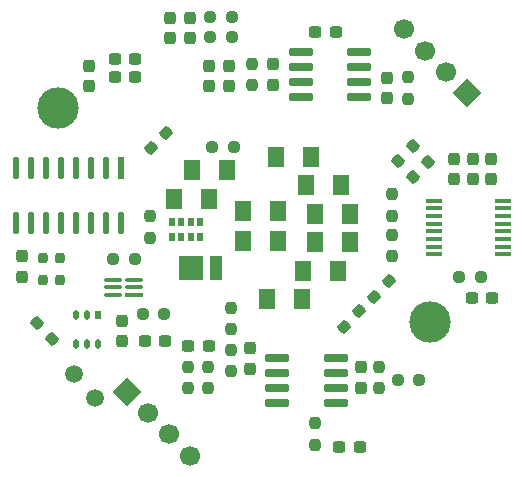
<source format=gbr>
%TF.GenerationSoftware,KiCad,Pcbnew,(6.0.0)*%
%TF.CreationDate,2023-06-19T18:06:32-05:00*%
%TF.ProjectId,RoundScanner,526f756e-6453-4636-916e-6e65722e6b69,1.0*%
%TF.SameCoordinates,Original*%
%TF.FileFunction,Soldermask,Top*%
%TF.FilePolarity,Negative*%
%FSLAX46Y46*%
G04 Gerber Fmt 4.6, Leading zero omitted, Abs format (unit mm)*
G04 Created by KiCad (PCBNEW (6.0.0)) date 2023-06-19 18:06:32*
%MOMM*%
%LPD*%
G01*
G04 APERTURE LIST*
G04 Aperture macros list*
%AMRoundRect*
0 Rectangle with rounded corners*
0 $1 Rounding radius*
0 $2 $3 $4 $5 $6 $7 $8 $9 X,Y pos of 4 corners*
0 Add a 4 corners polygon primitive as box body*
4,1,4,$2,$3,$4,$5,$6,$7,$8,$9,$2,$3,0*
0 Add four circle primitives for the rounded corners*
1,1,$1+$1,$2,$3*
1,1,$1+$1,$4,$5*
1,1,$1+$1,$6,$7*
1,1,$1+$1,$8,$9*
0 Add four rect primitives between the rounded corners*
20,1,$1+$1,$2,$3,$4,$5,0*
20,1,$1+$1,$4,$5,$6,$7,0*
20,1,$1+$1,$6,$7,$8,$9,0*
20,1,$1+$1,$8,$9,$2,$3,0*%
%AMHorizOval*
0 Thick line with rounded ends*
0 $1 width*
0 $2 $3 position (X,Y) of the first rounded end (center of the circle)*
0 $4 $5 position (X,Y) of the second rounded end (center of the circle)*
0 Add line between two ends*
20,1,$1,$2,$3,$4,$5,0*
0 Add two circle primitives to create the rounded ends*
1,1,$1,$2,$3*
1,1,$1,$4,$5*%
%AMRotRect*
0 Rectangle, with rotation*
0 The origin of the aperture is its center*
0 $1 length*
0 $2 width*
0 $3 Rotation angle, in degrees counterclockwise*
0 Add horizontal line*
21,1,$1,$2,0,0,$3*%
G04 Aperture macros list end*
%ADD10RoundRect,0.250001X0.462499X0.624999X-0.462499X0.624999X-0.462499X-0.624999X0.462499X-0.624999X0*%
%ADD11RoundRect,0.237500X-0.237500X0.300000X-0.237500X-0.300000X0.237500X-0.300000X0.237500X0.300000X0*%
%ADD12RoundRect,0.237500X0.237500X-0.300000X0.237500X0.300000X-0.237500X0.300000X-0.237500X-0.300000X0*%
%ADD13RoundRect,0.237500X0.344715X-0.008839X-0.008839X0.344715X-0.344715X0.008839X0.008839X-0.344715X0*%
%ADD14RoundRect,0.237500X-0.237500X0.250000X-0.237500X-0.250000X0.237500X-0.250000X0.237500X0.250000X0*%
%ADD15R,1.510292X0.412132*%
%ADD16RoundRect,0.206066X0.549080X0.000000X-0.549080X0.000000X-0.549080X0.000000X0.549080X0.000000X0*%
%ADD17RoundRect,0.237500X0.237500X-0.250000X0.237500X0.250000X-0.237500X0.250000X-0.237500X-0.250000X0*%
%ADD18RoundRect,0.237500X0.250000X0.237500X-0.250000X0.237500X-0.250000X-0.237500X0.250000X-0.237500X0*%
%ADD19C,1.500000*%
%ADD20C,3.500000*%
%ADD21RoundRect,0.237500X0.300000X0.237500X-0.300000X0.237500X-0.300000X-0.237500X0.300000X-0.237500X0*%
%ADD22R,0.543390X1.874066*%
%ADD23RoundRect,0.271695X0.000000X0.665338X0.000000X-0.665338X0.000000X-0.665338X0.000000X0.665338X0*%
%ADD24RoundRect,0.042000X-0.943000X-0.258000X0.943000X-0.258000X0.943000X0.258000X-0.943000X0.258000X0*%
%ADD25RoundRect,0.237500X-0.250000X-0.237500X0.250000X-0.237500X0.250000X0.237500X-0.250000X0.237500X0*%
%ADD26RoundRect,0.237500X0.008839X0.344715X-0.344715X-0.008839X-0.008839X-0.344715X0.344715X0.008839X0*%
%ADD27RoundRect,0.200000X0.200000X0.250000X-0.200000X0.250000X-0.200000X-0.250000X0.200000X-0.250000X0*%
%ADD28R,0.550000X0.800000*%
%ADD29O,0.550000X0.800000*%
%ADD30RoundRect,0.042000X0.943000X0.258000X-0.943000X0.258000X-0.943000X-0.258000X0.943000X-0.258000X0*%
%ADD31RoundRect,0.250001X-0.462499X-0.624999X0.462499X-0.624999X0.462499X0.624999X-0.462499X0.624999X0*%
%ADD32R,2.100000X2.100000*%
%ADD33R,1.000000X2.100000*%
%ADD34RoundRect,0.237500X-0.300000X-0.237500X0.300000X-0.237500X0.300000X0.237500X-0.300000X0.237500X0*%
%ADD35R,1.475000X0.450000*%
%ADD36R,0.590000X0.690000*%
%ADD37RotRect,1.700000X1.700000X45.000000*%
%ADD38HorizOval,1.700000X0.000000X0.000000X0.000000X0.000000X0*%
%ADD39RotRect,1.700000X1.700000X225.000000*%
%ADD40HorizOval,1.700000X0.000000X0.000000X0.000000X0.000000X0*%
G04 APERTURE END LIST*
D10*
%TO.C,D8*%
X93562500Y-101727000D03*
X90587500Y-101727000D03*
%TD*%
D11*
%TO.C,C7*%
X86614000Y-94006500D03*
X86614000Y-95731500D03*
%TD*%
D12*
%TO.C,C13*%
X69088000Y-111860500D03*
X69088000Y-110135500D03*
%TD*%
D13*
%TO.C,R29*%
X103515235Y-102118235D03*
X102224765Y-100827765D03*
%TD*%
D14*
%TO.C,R1*%
X101784000Y-94972500D03*
X101784000Y-96797500D03*
%TD*%
D11*
%TO.C,C3*%
X90354000Y-93879500D03*
X90354000Y-95604500D03*
%TD*%
D12*
%TO.C,C5*%
X81661000Y-91667500D03*
X81661000Y-89942500D03*
%TD*%
D15*
%TO.C,Q1*%
X78624919Y-113426000D03*
D16*
X78624919Y-112776000D03*
X78624919Y-112126000D03*
X76823081Y-112126000D03*
X76823081Y-112776000D03*
X76823081Y-113426000D03*
%TD*%
D17*
%TO.C,R16*%
X93896999Y-126122497D03*
X93896999Y-124297497D03*
%TD*%
D18*
%TO.C,R4*%
X86891500Y-89916000D03*
X85066500Y-89916000D03*
%TD*%
D17*
%TO.C,R13*%
X86781000Y-116331500D03*
X86781000Y-114506500D03*
%TD*%
D11*
%TO.C,C20*%
X77597000Y-115596500D03*
X77597000Y-117321500D03*
%TD*%
D19*
%TO.C,TP1*%
X75311000Y-122174000D03*
%TD*%
D18*
%TO.C,R7*%
X81163500Y-115069000D03*
X79338500Y-115069000D03*
%TD*%
D20*
%TO.C,H2*%
X72136000Y-97556000D03*
%TD*%
D11*
%TO.C,C2*%
X100006000Y-95022500D03*
X100006000Y-96747500D03*
%TD*%
%TO.C,C14*%
X108839000Y-101880500D03*
X108839000Y-103605500D03*
%TD*%
D10*
%TO.C,D12*%
X90766000Y-108839000D03*
X87791000Y-108839000D03*
%TD*%
%TO.C,D10*%
X96864500Y-106553000D03*
X93889500Y-106553000D03*
%TD*%
%TO.C,D5*%
X95848500Y-111379000D03*
X92873500Y-111379000D03*
%TD*%
D21*
%TO.C,C16*%
X97709500Y-126259999D03*
X95984500Y-126259999D03*
%TD*%
D10*
%TO.C,D9*%
X96102500Y-104140000D03*
X93127500Y-104140000D03*
%TD*%
D12*
%TO.C,C17*%
X105731000Y-103631500D03*
X105731000Y-101906500D03*
%TD*%
D22*
%TO.C,U2*%
X77470000Y-102694433D03*
D23*
X76200000Y-102694433D03*
X74930000Y-102694433D03*
X73660000Y-102694433D03*
X72390000Y-102694433D03*
X71120000Y-102694433D03*
X69850000Y-102694433D03*
X68580000Y-102694433D03*
X68580000Y-107326567D03*
X69850000Y-107326567D03*
X71120000Y-107326567D03*
X72390000Y-107326567D03*
X73660000Y-107326567D03*
X74930000Y-107326567D03*
X76200000Y-107326567D03*
X77470000Y-107326567D03*
%TD*%
D17*
%TO.C,R2*%
X88576000Y-95654500D03*
X88576000Y-93829500D03*
%TD*%
D24*
%TO.C,U4*%
X90736663Y-118745000D03*
X90736663Y-120015000D03*
X90736663Y-121285000D03*
X90736663Y-122555000D03*
X95676663Y-122555000D03*
X95676663Y-121285000D03*
X95676663Y-120015000D03*
X95676663Y-118745000D03*
%TD*%
D10*
%TO.C,D4*%
X92800500Y-113792000D03*
X89825500Y-113792000D03*
%TD*%
D17*
%TO.C,R12*%
X83185000Y-121308500D03*
X83185000Y-119483500D03*
%TD*%
D21*
%TO.C,C11*%
X84927474Y-117725423D03*
X83202474Y-117725423D03*
%TD*%
D11*
%TO.C,C6*%
X84963000Y-94006500D03*
X84963000Y-95731500D03*
%TD*%
D18*
%TO.C,R28*%
X87023500Y-100889000D03*
X85198500Y-100889000D03*
%TD*%
D25*
%TO.C,R14*%
X100930163Y-120650000D03*
X102755163Y-120650000D03*
%TD*%
D18*
%TO.C,R8*%
X78663500Y-110369000D03*
X76838500Y-110369000D03*
%TD*%
D26*
%TO.C,R26*%
X100213235Y-112257765D03*
X98922765Y-113548235D03*
%TD*%
D11*
%TO.C,C10*%
X74803000Y-94006500D03*
X74803000Y-95731500D03*
%TD*%
D20*
%TO.C,H1*%
X103632000Y-115717000D03*
%TD*%
D27*
%TO.C,X1*%
X72353000Y-112177000D03*
X72353000Y-110327000D03*
X70903000Y-110327000D03*
X70903000Y-112177000D03*
%TD*%
D13*
%TO.C,R18*%
X71638235Y-117104235D03*
X70347765Y-115813765D03*
%TD*%
D11*
%TO.C,C15*%
X107315000Y-101880500D03*
X107315000Y-103605500D03*
%TD*%
D17*
%TO.C,R31*%
X100457000Y-106703500D03*
X100457000Y-104878500D03*
%TD*%
D28*
%TO.C,U7*%
X75562501Y-115141500D03*
D29*
X74612500Y-115141500D03*
X73662499Y-115141500D03*
X73662499Y-117541500D03*
X74612500Y-117541500D03*
X75562501Y-117541500D03*
%TD*%
D30*
%TO.C,U1*%
X97650000Y-96647000D03*
X97650000Y-95377000D03*
X97650000Y-94107000D03*
X97650000Y-92837000D03*
X92710000Y-92837000D03*
X92710000Y-94107000D03*
X92710000Y-95377000D03*
X92710000Y-96647000D03*
%TD*%
D14*
%TO.C,R11*%
X84836000Y-119507000D03*
X84836000Y-121332000D03*
%TD*%
D31*
%TO.C,D1*%
X87793500Y-106299000D03*
X90768500Y-106299000D03*
%TD*%
D17*
%TO.C,R19*%
X79981000Y-108581500D03*
X79981000Y-106756500D03*
%TD*%
D32*
%TO.C,D3*%
X83391000Y-111125000D03*
D33*
X85561000Y-111125000D03*
%TD*%
D34*
%TO.C,C22*%
X76988500Y-94996000D03*
X78713500Y-94996000D03*
%TD*%
D26*
%TO.C,R27*%
X81290235Y-99684765D03*
X79999765Y-100975235D03*
%TD*%
D10*
%TO.C,D11*%
X96864500Y-108966000D03*
X93889500Y-108966000D03*
%TD*%
D21*
%TO.C,C23*%
X78713500Y-93397300D03*
X76988500Y-93397300D03*
%TD*%
D14*
%TO.C,R10*%
X99302663Y-119483500D03*
X99302663Y-121308500D03*
%TD*%
D21*
%TO.C,C1*%
X95661500Y-91186000D03*
X93936500Y-91186000D03*
%TD*%
D35*
%TO.C,U5*%
X109872000Y-109971000D03*
X109872000Y-109321000D03*
X109872000Y-108671000D03*
X109872000Y-108021000D03*
X109872000Y-107371000D03*
X109872000Y-106721000D03*
X109872000Y-106071000D03*
X109872000Y-105421000D03*
X103996000Y-105421000D03*
X103996000Y-106071000D03*
X103996000Y-106721000D03*
X103996000Y-107371000D03*
X103996000Y-108021000D03*
X103996000Y-108671000D03*
X103996000Y-109321000D03*
X103996000Y-109971000D03*
%TD*%
D34*
%TO.C,C18*%
X107214500Y-113665000D03*
X108939500Y-113665000D03*
%TD*%
D11*
%TO.C,C4*%
X83312000Y-89942500D03*
X83312000Y-91667500D03*
%TD*%
D10*
%TO.C,D7*%
X86450500Y-102870000D03*
X83475500Y-102870000D03*
%TD*%
D13*
%TO.C,R30*%
X102245235Y-103388235D03*
X100954765Y-102097765D03*
%TD*%
D19*
%TO.C,TP3*%
X73533000Y-120142000D03*
%TD*%
D36*
%TO.C,U6*%
X81801000Y-108549000D03*
X82601000Y-108549000D03*
X83401000Y-108549000D03*
X84201000Y-108549000D03*
X84201000Y-107269000D03*
X83401000Y-107269000D03*
X82601000Y-107269000D03*
X81801000Y-107269000D03*
%TD*%
D12*
%TO.C,C21*%
X97778663Y-121258500D03*
X97778663Y-119533500D03*
%TD*%
D18*
%TO.C,R3*%
X86891500Y-91567000D03*
X85066500Y-91567000D03*
%TD*%
%TO.C,R24*%
X107973500Y-111887000D03*
X106148500Y-111887000D03*
%TD*%
D12*
%TO.C,C12*%
X88381000Y-119651500D03*
X88381000Y-117926500D03*
%TD*%
D26*
%TO.C,R25*%
X97673235Y-114797765D03*
X96382765Y-116088235D03*
%TD*%
D34*
%TO.C,C19*%
X79528500Y-117348000D03*
X81253500Y-117348000D03*
%TD*%
D31*
%TO.C,D6*%
X81951500Y-105283000D03*
X84926500Y-105283000D03*
%TD*%
D17*
%TO.C,R9*%
X86811000Y-119861500D03*
X86811000Y-118036500D03*
%TD*%
D14*
%TO.C,R32*%
X100457000Y-108307500D03*
X100457000Y-110132500D03*
%TD*%
D37*
%TO.C,J4*%
X106831000Y-96319000D03*
D38*
X105034949Y-94522949D03*
X103238898Y-92726898D03*
X101442846Y-90930846D03*
%TD*%
D39*
%TO.C,J1*%
X77975672Y-121628317D03*
D40*
X79771723Y-123424368D03*
X81567774Y-125220419D03*
X83363826Y-127016471D03*
%TD*%
M02*

</source>
